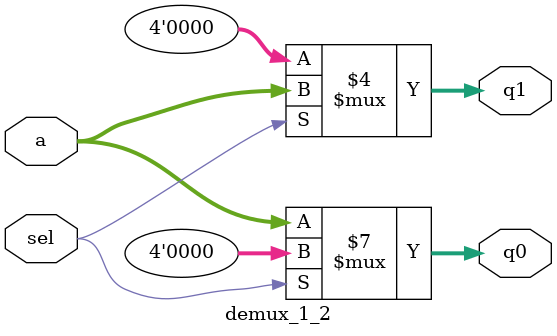
<source format=v>


module demux_1_2(sel, a, q0, q1);
   parameter               DATA_WIDTH = 4;
   input                   sel;
   input [DATA_WIDTH-1:0]  a;
   output [DATA_WIDTH-1:0] q0;
   reg [DATA_WIDTH-1:0]    q0;
   output [DATA_WIDTH-1:0] q1;
   reg [DATA_WIDTH-1:0]    q1;
   
   
   
   always @(a or sel)
   begin: mux0
      
      if (sel == 1'b1)
      begin
         q0 <= {DATA_WIDTH{1'b0}};
         q1 <= a;
      end
      else
      begin
         q0 <= a;
         q1 <= {DATA_WIDTH{1'b0}};
      end
   end
   
endmodule

</source>
